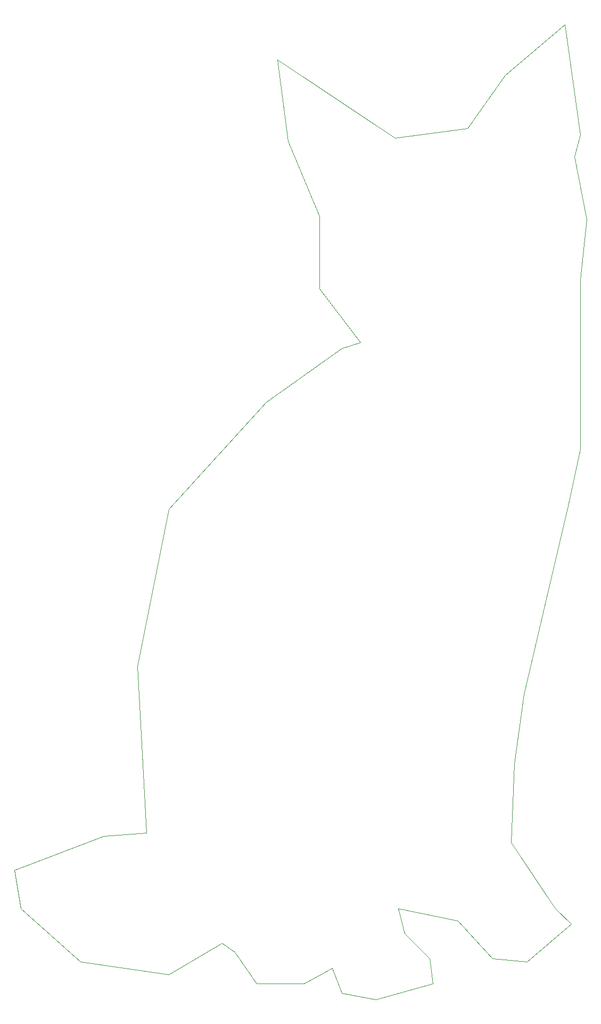
<source format=gbr>
%TF.GenerationSoftware,KiCad,Pcbnew,9.0.2*%
%TF.CreationDate,2025-06-03T16:13:35-04:00*%
%TF.ProjectId,athena workshop,61746865-6e61-4207-976f-726b73686f70,rev?*%
%TF.SameCoordinates,Original*%
%TF.FileFunction,Profile,NP*%
%FSLAX46Y46*%
G04 Gerber Fmt 4.6, Leading zero omitted, Abs format (unit mm)*
G04 Created by KiCad (PCBNEW 9.0.2) date 2025-06-03 16:13:35*
%MOMM*%
%LPD*%
G01*
G04 APERTURE LIST*
%TA.AperFunction,Profile*%
%ADD10C,0.050000*%
%TD*%
G04 APERTURE END LIST*
D10*
X146500000Y-32500000D02*
X145500000Y-36000000D01*
X147500000Y-46000000D01*
X146500000Y-55500000D01*
X146500000Y-82500000D01*
X144500000Y-91500000D01*
X141500000Y-104500000D01*
X137500000Y-121500000D01*
X136000000Y-132500000D01*
X135500000Y-145000000D01*
X142500000Y-155500000D01*
X145000000Y-158000000D01*
X138000000Y-164000000D01*
X132500000Y-163500000D01*
X127000000Y-157500000D01*
X117500000Y-155500000D01*
X118500000Y-159500000D01*
X122500000Y-163500000D01*
X123000000Y-167500000D01*
X114000000Y-170000000D01*
X108500000Y-169000000D01*
X107000000Y-165000000D01*
X102500000Y-167500000D01*
X95000000Y-167500000D01*
X91500000Y-162500000D01*
X89500000Y-161000000D01*
X81000000Y-166000000D01*
X67000000Y-164000000D01*
X57500000Y-155500000D01*
X56486589Y-149419537D01*
X70717081Y-144021764D01*
X77500000Y-143500000D01*
X76000000Y-117000000D01*
X81000000Y-92000000D01*
X96500000Y-75000000D01*
X108500000Y-66500000D01*
X111500000Y-65500000D01*
X105000000Y-57000000D01*
X105000000Y-45500000D01*
X100000000Y-33500000D01*
X98277779Y-20583334D01*
X117000000Y-33000000D01*
X128500000Y-31500000D01*
X134500000Y-23000000D01*
X144000000Y-15000000D01*
X146500000Y-32500000D01*
M02*

</source>
